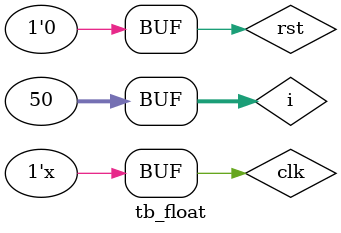
<source format=v>
`timescale 1ns / 1ps



module tb_float();

    reg [32-1:0] ain;
    reg [32-1:0] bin;
    reg [32-1:0] cin;
    reg rst;
    reg clk;
    wire[32-1:0] res;
    wire dvalid;
    
    integer i;
    
    initial begin
        clk<=0;
        rst<=0;
        for(i=0; i<50; i=i+1)begin
          ain = $urandom%(2**31);
          bin = $urandom%(2**31);
          cin = $urandom%(2**31);
          #20;
        end
     end
     
     always #5 clk=~clk;
     
     floating_point_0 UUT(
        .aclk(clk),
        .aresetn(~rst),
        .s_axis_a_tvalid(1'b1),
        .s_axis_b_tvalid(1'b1),
        .s_axis_c_tvalid(1'b1),
        .s_axis_a_tdata(ain),
        .s_axis_b_tdata(bin),
        .s_axis_c_tdata(cin),
        .m_axis_result_tvalid (dvalid),
        .m_axis_result_tdata (res)
     );
endmodule

</source>
